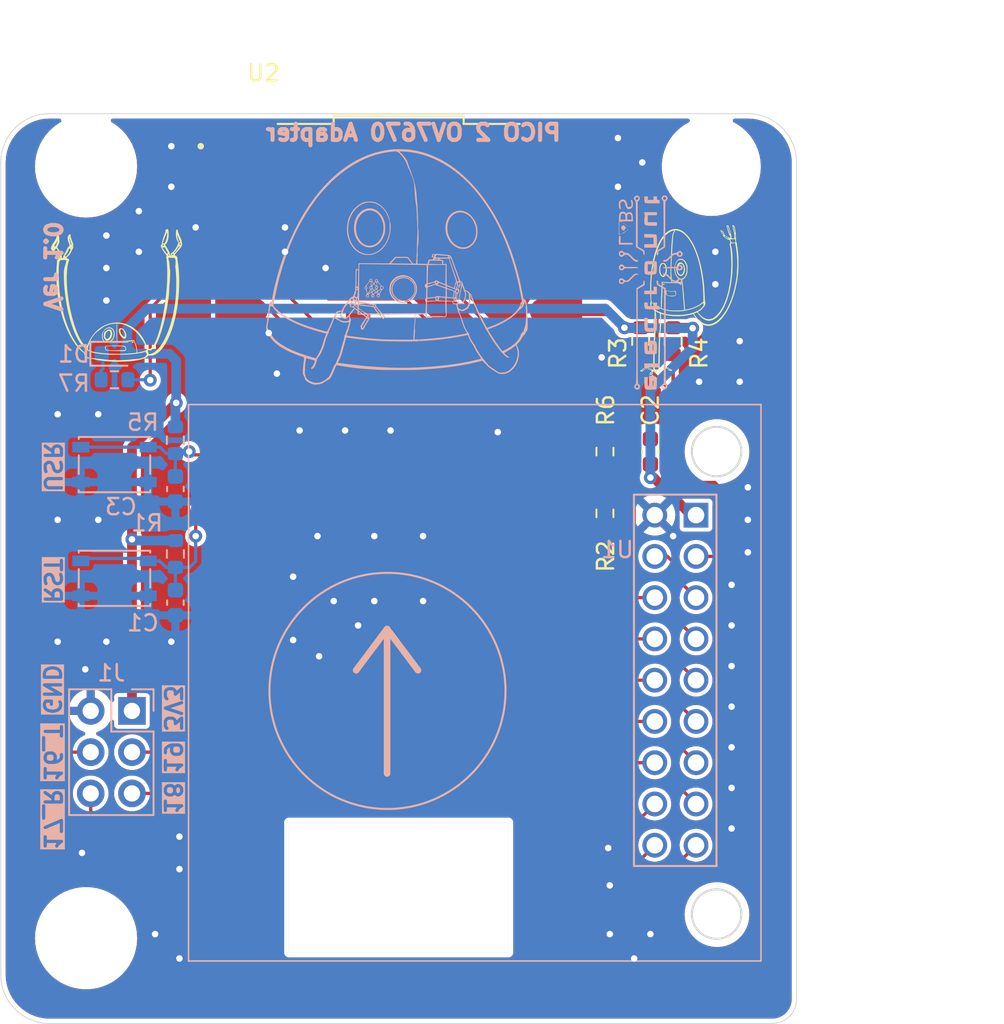
<source format=kicad_pcb>
(kicad_pcb (version 20240108) (generator "pcbnew") (generator_version "8.0")
  (title_block (title "PICO_OV7670_Adapter") (date "2025-01-31") (rev "Ver 1.0") (company "Electronut Labs") (comment 1 "Designed by Sivaprakash"))
  (layers (0 "F.Cu" signal) (31 "B.Cu" signal) (34 "B.Paste" user) (35 "F.Paste" user) (36 "B.SilkS" user "B.Silkscreen") (37 "F.SilkS" user "F.Silkscreen") (38 "B.Mask" user) (39 "F.Mask" user) (44 "Edge.Cuts" user))
  (net 0 "")
  (net 1 "/PICO_RESET")
  (net 2 "/PICO_IO17")
  (net 3 "+3V3")
  (net 4 "GND")
  (net 5 "/PICO_IO16")
  (net 6 "OV_XCLK_PICO_IO5")
  (net 7 "OV_SCL_PICO_IO1_SCL")
  (net 8 "OV_SDA_PICO_IO0_SDA")
  (net 9 "OV_PCLK_PICO_IO4")
  (net 10 "OV_RST_PICO_IO15")
  (net 11 "OV_D7_PICO_IO6")
  (net 12 "OV_D4_PICO_IO9")
  (net 13 "OV_HREF_PICO_IO3")
  (net 14 "OV_PWDWN_PICO_IO14")
  (net 15 "/USER_Button")
  (net 16 "OV_D3_PICO_IO10")
  (net 17 "OV_D5_PICO_IO8")
  (net 18 "OV_D6_PICO_IO7")
  (net 19 "OV_D2_PICO_IO11")
  (net 20 "OV_VSYNC_PICO_IO2")
  (net 23 "OV_D1_PICO_IO12")
  (net 36 "OV_D0_PICO_IO13")
  (net 40 "/USER_LED")
  (net 41 "Net-(D1-K)")
  (net 42 "Net-(U2-UART1_TX{slash}I2C0_SDA{slash}SPI0_RX{slash}GP4)")
  (net 43 "Net-(U2-UART1_RX{slash}I2C0_SCL{slash}SPI0_CSN{slash}GP5)")
  (net 44 "/PICO_IO19")
  (net 45 "/PICO_IO18")
  (footprint "pico_ov7670_adapter:art2" (layer "F.Cu") (at 129.75 78)
    (property "Reference" "G***")
    (property "Value" "LOGO" (hide yes))
  )
  (footprint "Resistor_SMD:R_0603_1608Metric" (layer "F.Cu") (at 125.2 90.6 90)
    (property "Reference" "R2")
    (property "Value" "22R")
  )
  (footprint "MountingHole:MountingHole_3.2mm_M3_DIN965" (layer "F.Cu") (at 131.75 69.25)
    (property "Reference" "H3")
    (property "Value" "MountingHole")
  )
  (footprint "Fiducial:Fiducial_0.5mm_Mask1mm" (layer "F.Cu") (at 97.25 118.6)
    (property "Reference" "FID2")
    (property "Value" "Fiducial")
  )
  (footprint "Resistor_SMD:R_0603_1608Metric" (layer "F.Cu") (at 125.2 86.8 90)
    (property "Reference" "R6")
    (property "Value" "22R")
  )
  (footprint "Fiducial:Fiducial_0.5mm_Mask1mm" (layer "F.Cu") (at 129 118.6)
    (property "Reference" "FID1")
    (property "Value" "Fiducial")
  )
  (footprint "pico_ov7670_adapter:art1" (layer "F.Cu") (at 95.5 78.5)
    (property "Reference" "G***")
    (property "Value" "LOGO" (hide yes))
  )
  (footprint "Fiducial:Fiducial_0.5mm_Mask1mm" (layer "F.Cu") (at 97.25 67.25)
    (property "Reference" "FID3")
    (property "Value" "Fiducial")
  )
  (footprint "pico_ov7670_adapter:RASPBERRY_PI_PICO_W" (layer "F.Cu") (at 112.5 92.13)
    (property "Reference" "U2")
    (property "Value" "RASPBERRY_PI_PICO_W")
    (fp_line (start -6.75 17.5) (end 6.75 17.5) (stroke (width 0.01)) (layer "Edge.Cuts"))
    (fp_line (start -6.75 25.5) (end -6.75 17.5) (stroke (width 0.01)) (layer "Edge.Cuts"))
    (fp_line (start 6.75 17.5) (end 6.75 25.5) (stroke (width 0.01)) (layer "Edge.Cuts"))
    (fp_line (start 6.75 25.5) (end -6.75 25.5) (stroke (width 0.01)) (layer "Edge.Cuts"))
  )
  (footprint "Resistor_SMD:R_0603_1608Metric" (layer "F.Cu") (at 129.4 80 -90)
    (property "Reference" "R4")
    (property "Value" "10K")
  )
  (footprint "MountingHole:MountingHole_3.2mm_M3_DIN965" (layer "F.Cu") (at 93.25 69.25)
    (property "Reference" "H2")
    (property "Value" "MountingHole")
  )
  (footprint "Capacitor_SMD:C_0603_1608Metric" (layer "F.Cu") (at 128 86.8 90)
    (property "Reference" "C2")
    (property "Value" "0.1uF")
  )
  (footprint "Resistor_SMD:R_0603_1608Metric" (layer "F.Cu") (at 127.4 80 -90)
    (property "Reference" "R3")
    (property "Value" "10K")
  )
  (footprint "MountingHole:MountingHole_3.2mm_M3_DIN965" (layer "F.Cu") (at 93.25 116.75)
    (property "Reference" "H1")
    (property "Value" "MountingHole")
  )
  (footprint "Connector_PinHeader_2.54mm:PinHeader_2x03_P2.54mm_Vertical" (layer "B.Cu") (at 96.075 102.76 180)
    (property "Reference" "J1")
    (property "Value" "GPIO Header")
  )
  (footprint "Resistor_SMD:R_0603_1608Metric" (layer "B.Cu") (at 98.75 86.1 -90)
    (property "Reference" "R5")
    (property "Value" "10K")
  )
  (footprint "LED_SMD:LED_0603_1608Metric" (layer "B.Cu") (at 95 80.77706)
    (property "Reference" "D1")
    (property "Value" "USER LED")
  )
  (footprint "Button_Switch_SMD:SW_SPST_PTS810" (layer "B.Cu") (at 95 94.6 180)
    (property "Reference" "SW1")
    (property "Value" "SW_Push")
  )
  (footprint "pico_ov7670_adapter:CAMERA-OV7670-DIP" (layer "B.Cu") (at 117.31 101.03 180)
    (property "Reference" "U1")
    (property "Value" "CAMERA-OV7670")
    (fp_circle (center -14.765 14.235) (end -13.24185 14.235) (stroke (width 0.127)) (fill none) (layer "Edge.Cuts"))
    (fp_circle (center -14.765 -14.235) (end -13.24185 -14.235) (stroke (width 0.127)) (fill none) (layer "Edge.Cuts"))
  )
  (footprint "Resistor_SMD:R_0603_1608Metric" (layer "B.Cu") (at 98.75 93.1 -90)
    (property "Reference" "R1")
    (property "Value" "10K")
  )
  (footprint "Button_Switch_SMD:SW_SPST_PTS810" (layer "B.Cu") (at 95 87.6 180)
    (property "Reference" "SW2")
    (property "Value" "SW_Push")
  )
  (footprint "pico_ov7670_adapter:art" (layer "B.Cu") (at 112.5 75 180)
    (property "Reference" "G***")
    (property "Value" "LOGO" (hide yes))
  )
  (footprint "Resistor_SMD:R_0603_1608Metric" (layer "B.Cu") (at 95 82.37706)
    (property "Reference" "R7")
    (property "Value" "1K")
  )
  (footprint "Capacitor_SMD:C_0603_1608Metric" (layer "B.Cu") (at 98.75 89.1 -90)
    (property "Reference" "C3")
    (property "Value" "0.1uF")
  )
  (footprint "pico_ov7670_adapter:logo" (layer "B.Cu") (at 128 77 90)
    (property "Reference" "G***")
    (property "Value" "LOGO" (hide yes))
  )
  (footprint "Capacitor_SMD:C_0603_1608Metric" (layer "B.Cu") (at 98.75 96.1 -90)
    (property "Reference" "C1")
    (property "Value" "0.1uF")
  )
  (gr_line (start 137 120.5) (end 137 69) (stroke (width 0.05)) (layer "Edge.Cuts"))
  (gr_arc (start 88 69) (mid 88.87868 66.87868) (end 91 66) (stroke (width 0.05)) (layer "Edge.Cuts"))
  (gr_arc (start 137 120.5) (mid 136.56066 121.56066) (end 135.5 122) (stroke (width 0.05)) (layer "Edge.Cuts"))
  (gr_arc (start 91 122) (mid 88.87868 121.12132) (end 88 119) (stroke (width 0.05)) (layer "Edge.Cuts"))
  (gr_arc (start 134 66) (mid 136.12132 66.87868) (end 137 69) (stroke (width 0.05)) (layer "Edge.Cuts"))
  (gr_line (start 134 66) (end 91 66) (stroke (width 0.05)) (layer "Edge.Cuts"))
  (gr_line (start 91 122) (end 135.5 122) (stroke (width 0.05)) (layer "Edge.Cuts"))
  (gr_line (start 88 69) (end 88 119) (stroke (width 0.05)) (layer "Edge.Cuts"))
  (gr_text "18" (at 98 109.205 270) (layer "B.SilkS" knockout) (effects (font (size 1 1) (thickness 0.2) (bold yes)) (justify left bottom mirror)))
  (gr_text "RST" (at 90.6 96.25 270) (layer "B.SilkS" knockout) (effects (font (size 1 1) (thickness 0.2) (bold yes)) (justify left bottom mirror)))
  (gr_text "GND" (at 90.55 103.1 -90) (layer "B.SilkS" knockout) (effects (font (size 1 1) (thickness 0.2) (bold yes)) (justify left bottom mirror)))
  (gr_text "17_R" (at 90.6 111.4 270) (layer "B.SilkS" knockout) (effects (font (size 1 1) (thickness 0.2) (bold yes)) (justify left bottom mirror)))
  (gr_text "19" (at 98 106.705 270) (layer "B.SilkS" knockout) (effects (font (size 1 1) (thickness 0.2) (bold yes)) (justify left bottom mirror)))
  (gr_text "USR" (at 90.6 89.4 270) (layer "B.SilkS" knockout) (effects (font (size 1 1) (thickness 0.2) (bold yes)) (justify left bottom mirror)))
  (gr_text "Ver 1.0" (at 90.6 75.4 270) (layer "B.SilkS") (effects (font (size 1 1) (thickness 0.25) (bold yes)) (justify bottom mirror)))
  (gr_text "16_T" (at 90.6 107.2 270) (layer "B.SilkS" knockout) (effects (font (size 1 1) (thickness 0.2) (bold yes)) (justify left bottom mirror)))
  (gr_text "3V3" (at 98 104.1 -90) (layer "B.SilkS" knockout) (effects (font (size 1 1) (thickness 0.2) (bold yes)) (justify left bottom mirror)))
  (gr_text "PICO 2 OV7670 Adapter" (at 113.397904 67.75 0) (layer "B.SilkS") (effects (font (size 1 1) (thickness 0.25) (bold yes)) (justify bottom mirror)))
  (segment (start 100 92) (end 100 90) (width 0.2) (layer "F.Cu") (net 1))
  (segment (start 100 90) (end 100.4 89.6) (width 0.2) (layer "F.Cu") (net 1))
  (segment (start 115.4 89.6) (end 119.2 93.4) (width 0.2) (layer "F.Cu") (net 1))
  (segment (start 119.2 93.4) (end 122.19 93.4) (width 0.2) (layer "F.Cu") (net 1))
  (segment (start 100.4 89.6) (end 115.4 89.6) (width 0.2) (layer "F.Cu") (net 1))
  (via (at 100 92) (size 0.8) (drill 0.4) (layers "F.Cu" "B.Cu") (net 1))
  (segment (start 100 93.55) (end 100 92) (width 0.2) (layer "B.Cu") (net 1))
  (segment (start 92.925 93.375) (end 97.075 93.375) (width 0.2) (layer "B.Cu") (net 1))
  (segment (start 99.625 93.925) (end 100 93.55) (width 0.2) (layer "B.Cu") (net 1))
  (segment (start 98.75 95.325) (end 98.75 93.925) (width 0.2) (layer "B.Cu") (net 1))
  (segment (start 98.75 93.925) (end 98.175 93.925) (width 0.2) (layer "B.Cu") (net 1))
  (segment (start 98.75 93.925) (end 99.625 93.925) (width 0.2) (layer "B.Cu") (net 1))
  (segment (start 97.775 93.525) (end 97.075 93.525) (width 0.2) (layer "B.Cu") (net 1))
  (segment (start 98.175 93.925) (end 97.775 93.525) (width 0.2) (layer "B.Cu") (net 1))
  (segment (start 105.251472 118.23) (end 119.37 118.23) (width 0.2) (layer "F.Cu") (net 2))
  (segment (start 119.8 114.4) (end 120.48 113.72) (width 0.2) (layer "F.Cu") (net 2))
  (segment (start 122.19 113.72) (end 120.48 113.72) (width 0.2) (layer "F.Cu") (net 2))
  (segment (start 104.9 115.4) (end 104.9 117.878528) (width 0.2) (layer "F.Cu") (net 2))
  (segment (start 119.8 117.8) (end 119.8 114.4) (width 0.2) (layer "F.Cu") (net 2))
  (segment (start 93.535 107.84) (end 93.535 108.935) (width 0.2) (layer "F.Cu") (net 2))
  (segment (start 93.535 108.935) (end 99.6 115) (width 0.2) (layer "F.Cu") (net 2))
  (segment (start 119.37 118.23) (end 119.8 117.8) (width 0.2) (layer "F.Cu") (net 2))
  (segment (start 104.9 117.878528) (end 105.251472 118.23) (width 0.2) (layer "F.Cu") (net 2))
  (segment (start 99.6 115) (end 104.5 115) (width 0.2) (layer "F.Cu") (net 2))
  (segment (start 104.5 115) (end 104.9 115.4) (width 0.2) (layer "F.Cu") (net 2))
  (segment (start 130.51 90.71) (end 130.81 90.71) (width 0.6) (layer "F.Cu") (net 3))
  (segment (start 130.575 79.175) (end 130.6 79.2) (width 0.6) (layer "F.Cu") (net 3))
  (segment (start 128 87.575) (end 128 88.4) (width 0.6) (layer "F.Cu") (net 3))
  (segment (start 122.19 78.16) (end 125.385 78.16) (width 0.6) (layer "F.Cu") (net 3))
  (segment (start 127.4 79.175) (end 126.4 79.175) (width 0.6) (layer "F.Cu") (net 3))
  (segment (start 96.075 102.76) (end 96.075 92.2) (width 0.6) (layer "F.Cu") (net 3))
  (segment (start 125.385 78.16) (end 126.4 79.175) (width 0.6) (layer "F.Cu") (net 3))
  (segment (start 96.075 92.2) (end 96.075 86.525) (width 0.6) (layer "F.Cu") (net 3))
  (segment (start 96.075 86.525) (end 98.8 83.8) (width 0.6) (layer "F.Cu") (net 3))
  (segment (start 128 88.4) (end 128.2 88.4) (width 0.6) (layer "F.Cu") (net 3))
  (segment (start 129.4 79.175) (end 130.575 79.175) (width 0.6) (layer "F.Cu") (net 3))
  (segment (start 128.2 88.4) (end 130.51 90.71) (width 0.6) (layer "F.Cu") (net 3))
  (via (at 130.6 79.2) (size 0.8) (drill 0.4) (layers "F.Cu" "B.Cu") (net 3))
  (via (at 96.075 92.2) (size 0.8) (drill 0.4) (layers "F.Cu" "B.Cu") (net 3))
  (via (at 98.8 83.8) (size 0.8) (drill 0.4) (layers "F.Cu" "B.Cu") (net 3))
  (via (at 128 88.4) (size 0.8) (drill 0.4) (layers "F.Cu" "B.Cu") (net 3))
  (via (at 126.4 79.175) (size 0.8) (drill 0.4) (layers "F.Cu" "B.Cu") (net 3))
  (segment (start 95.7875 79.2125) (end 97 78) (width 0.6) (layer "B.Cu") (net 3))
  (segment (start 98.75 92.275) (end 96.15 92.275) (width 0.6) (layer "B.Cu") (net 3))
  (segment (start 128 83) (end 130.6 80.4) (width 0.6) (layer "B.Cu") (net 3))
  (segment (start 95.7875 80.77706) (end 95.7875 79.2125) (width 0.6) (layer "B.Cu") (net 3))
  (segment (start 98.37706 80.77706) (end 95.7875 80.77706) (width 0.6) (layer "B.Cu") (net 3))
  (segment (start 96.15 92.275) (end 96.075 92.2) (width 0.6) (layer "B.Cu") (net 3))
  (segment (start 98.75 83.85) (end 98.8 83.8) (width 0.6) (layer "B.Cu") (net 3))
  (segment (start 98.8 81.2) (end 98.37706 80.77706) (width 0.6) (layer "B.Cu") (net 3))
  (segment (start 98.75 85.275) (end 98.75 83.85) (width 0.6) (layer "B.Cu") (net 3))
  (segment (start 97 78) (end 125.225 78) (width 0.6) (layer "B.Cu") (net 3))
  (segment (start 126.425 79.2) (end 126.4 79.175) (width 0.6) (layer "B.Cu") (net 3))
  (segment (start 98.8 83.8) (end 98.8 81.2) (width 0.6) (layer "B.Cu") (net 3))
  (segment (start 130.6 80.4) (end 130.6 79.2) (width 0.6) (layer "B.Cu") (net 3))
  (segment (start 128 88.4) (end 128 83) (width 0.6) (layer "B.Cu") (net 3))
  (segment (start 130.6 79.2) (end 126.425 79.2) (width 0.6) (layer "B.Cu") (net 3))
  (segment (start 125.225 78) (end 126.4 79.175) (width 0.6) (layer "B.Cu") (net 3))
  (via (at 134 91) (size 0.8) (drill 0.4) (layers "F.Cu" "B.Cu") (net 4))
  (via (at 111 92) (size 0.8) (drill 0.4) (layers "F.Cu" "B.Cu") (net 4))
  (via (at 98.5 70.5) (size 0.8) (drill 0.4) (layers "F.Cu" "B.Cu") (net 4))
  (via (at 108 75.5) (size 0.8) (drill 0.4) (layers "F.Cu" "B.Cu") (net 4))
  (via (at 99 110.5) (size 0.8) (drill 0.4) (layers "F.Cu" "B.Cu") (net 4))
  (via (at 106.4 85.5) (size 0.8) (drill 0.4) (layers "F.Cu" "B.Cu") (net 4))
  (via (at 98.5 98.5) (size 0.8) (drill 0.4) (layers "F.Cu" "B.Cu") (net 4))
  (via (at 133 107.5) (size 0.8) (drill 0.4) (layers "F.Cu" "B.Cu") (net 4))
  (via (at 126 67.5) (size 0.8) (drill 0.4) (layers "F.Cu" "B.Cu") (net 4))
  (via (at 125.5 116.5) (size 0.8) (drill 0.4) (layers "F.Cu" "B.Cu") (net 4))
  (via (at 126 70.5) (size 0.8) (drill 0.4) (layers "F.Cu" "B.Cu") (net 4))
  (via (at 134 89) (size 0.8) (drill 0.4) (layers "F.Cu" "B.Cu") (net 4))
  (via (at 91.5 98.5) (size 0.8) (drill 0.4) (layers "F.Cu" "B.Cu") (net 4))
  (via (at 108.5 96) (size 0.8) (drill 0.4) (layers "F.Cu" "B.Cu") (net 4))
  (via (at 125.5 113.5) (size 0.8) (drill 0.4) (layers "F.Cu" "B.Cu") (net 4))
  (via (at 132 76.5) (size 0.8) (drill 0.4) (layers "F.Cu" "B.Cu") (net 4))
  (via (at 91.5 84.5) (size 0.8) (drill 0.4) (layers "F.Cu" "B.Cu") (net 4))
  (via (at 94.5 75.5) (size 0.8) (drill 0.4) (layers "F.Cu" "B.Cu") (net 4))
  (via (at 105.5 73) (size 0.8) (drill 0.4) (layers "F.Cu" "B.Cu") (net 4))
  (via (at 96.5 74.5) (size 0.8) (drill 0.4) (layers "F.Cu" "B.Cu") (net 4))
  (via (at 99 112.5) (size 0.8) (drill 0.4) (layers "F.Cu" "B.Cu") (net 4))
  (via (at 93.2 100.2) (size 0.8) (drill 0.4) (layers "F.Cu" "B.Cu") (net 4))
  (via (at 107.6 99.4) (size 0.8) (drill 0.4) (layers "F.Cu" "B.Cu") (net 4))
  (via (at 118.6 85.6) (size 0.8) (drill 0.4) (layers "F.Cu" "B.Cu") (net 4))
  (via (at 114 92) (size 0.8) (drill 0.4) (layers "F.Cu" "B.Cu") (net 4))
  (via (at 91.5 91) (size 0.8) (drill 0.4) (layers "F.Cu" "B.Cu") (net 4))
  (via (at 93 111.5) (size 0.8) (drill 0.4) (layers "F.Cu" "B.Cu") (net 4))
  (via (at 112 85.5) (size 0.8) (drill 0.4) (layers "F.Cu" "B.Cu") (net 4))
  (via (at 106 98.4) (size 0.8) (drill 0.4) (layers "F.Cu" "B.Cu") (net 4))
  (via (at 110 97.5) (size 0.8) (drill 0.4) (layers "F.Cu" "B.Cu") (net 4))
  (via (at 133 102.5) (size 0.8) (drill 0.4) (layers "F.Cu" "B.Cu") (net 4))
  (via (at 133 97.5) (size 0.8) (drill 0.4) (layers "F.Cu" "B.Cu") (net 4))
  (via (at 94 91) (size 0.8) (drill 0.4) (layers "F.Cu" "B.Cu") (net 4))
  (via (at 107.5 92) (size 0.8) (drill 0.4) (layers "F.Cu" "B.Cu") (net 4))
  (via (at 104.5 79.5) (size 0.8) (drill 0.4) (layers "F.Cu" "B.Cu") (net 4))
  (via (at 133.5 82.5) (size 0.8) (drill 0.4) (layers "F.Cu" "B.Cu") (net 4))
  (via (at 125.4 111.2) (size 0.8) (drill 0.4) (layers "F.Cu" "B.Cu") (net 4))
  (via (at 96.5 72) (size 0.8) (drill 0.4) (layers "F.Cu" "B.Cu") (net 4))
  (via (at 132 74.5) (size 0.8) (drill 0.4) (layers "F.Cu" "B.Cu") (net 4))
  (via (at 133 105) (size 0.8) (drill 0.4) (layers "F.Cu" "B.Cu") (net 4))
  (via (at 131 82.5) (size 0.8) (drill 0.4) (layers "F.Cu" "B.Cu") (net 4))
  (via (at 99 118) (size 0.8) (drill 0.4) (layers "F.Cu" "B.Cu") (net 4))
  (via (at 133 110) (size 0.8) (drill 0.4) (layers "F.Cu" "B.Cu") (net 4))
  (via (at 106 94.5) (size 0.8) (drill 0.4) (layers "F.Cu" "B.Cu") (net 4))
  (via (at 105.5 74.5) (size 0.8) (drill 0.4) (layers "F.Cu" "B.Cu") (net 4))
  (via (at 133 95) (size 0.8) (drill 0.4) (layers "F.Cu" "B.Cu") (net 4))
  (via (at 94.5 73.5) (size 0.8) (drill 0.4) (layers "F.Cu" "B.Cu") (net 4))
  (via (at 98.5 68) (size 0.8) (drill 0.4) (layers "F.Cu" "B.Cu") (net 4))
  (via (at 114 96) (size 0.8) (drill 0.4) (layers "F.Cu" "B.Cu") (net 4))
  (via (at 109.2 85.5) (size 0.8) (drill 0.4) (layers "F.Cu" "B.Cu") (net 4))
  (via (at 94.5 77.5) (size 0.8) (drill 0.4) (layers "F.Cu" "B.Cu") (net 4))
  (via (at 105 82) (size 0.8) (drill 0.4) (layers "F.Cu" "B.Cu") (net 4))
  (via (at 133.5 80) (size 0.8) (drill 0.4) (layers "F.Cu" "B.Cu") (net 4))
  (via (at 97.5 116.5) (size 0.8) (drill 0.4) (layers "F.Cu" "B.Cu") (net 4))
  (via (at 129.4 92) (size 0.8) (drill 0.4) (layers "F.Cu" "B.Cu") (net 4))
  (via (at 111 96) (size 0.8) (drill 0.4) (layers "F.Cu" "B.Cu") (net 4))
  (via (at 134 93) (size 0.8) (drill 0.4) (layers "F.Cu" "B.Cu") (net 4))
  (via (at 94.5 98.5) (size 0.8) (drill 0.4) (layers "F.Cu" "B.Cu") (net 4))
  (via (at 133 100) (size 0.8) (drill 0.4) (layers "F.Cu" "B.Cu") (net 4))
  (via (at 128 116.5) (size 0.8) (drill 0.4) (layers "F.Cu" "B.Cu") (net 4))
  (via (at 94 84.5) (size 0.8) (drill 0.4) (layers "F.Cu" "B.Cu") (net 4))
  (via (at 125 81) (size 0.8) (drill 0.4) (layers "F.Cu" "B.Cu") (net 4))
  (via (at 100 73) (size 0.8) (drill 0.4) (layers "F.Cu" "B.Cu") (net 4))
  (via (at 127 118) (size 0.8) (drill 0.4) (layers "F.Cu" "B.Cu") (net 4))
  (via (at 127.5 69) (size 0.8) (drill 0.4) (layers "F.Cu" "B.Cu") (net 4))
  (segment (start 94 110.7) (end 94.2 110.9) (width 0.2) (layer "F.Cu") (net 5))
  (segment (start 121.5 119.4) (end 102.7 119.4) (width 0.2) (layer "F.Cu") (net 5))
  (segment (start 93.535 105.3) (end 92.4 105.3) (width 0.2) (layer "F.Cu") (net 5))
  (segment (start 92.4 105.3) (end 91.7 106) (width 0.2) (layer "F.Cu") (net 5))
  (segment (start 122.19 116.26) (end 122.19 118.71) (width 0.2) (layer "F.Cu") (net 5))
  (segment (start 102.7 119.4) (end 94.2 110.9) (width 0.2) (layer "F.Cu") (net 5))
  (segment (start 91.7 108.4) (end 94 110.7) (width 0.2) (layer "F.Cu") (net 5))
  (segment (start 91.7 106) (end 91.7 108.4) (width 0.2) (layer "F.Cu") (net 5))
  (segment (start 122.19 118.71) (end 121.5 119.4) (width 0.2) (layer "F.Cu") (net 5))
  (segment (start 91.7 108.4) (end 94.2 110.9) (width 0.2) (layer "F.Cu") (net 5))
  (segment (start 128.27 98.33) (end 126.73 98.33) (width 0.2) (layer "F.Cu") (net 6))
  (segment (start 125.2 94.2) (end 125.2 91.425) (width 0.2) (layer "F.Cu") (net 6))
  (segment (start 126.4 98) (end 126.4 96.8) (width 0.2) (layer "F.Cu") (net 6))
  (segment (start 125.7 96.1) (end 125.7 94.7) (width 0.2) (layer "F.Cu") (net 6))
  (segment (start 126.73 98.33) (end 126.4 98) (width 0.2) (layer "F.Cu") (net 6))
  (segment (start 125.7 94.7) (end 125.2 94.2) (width 0.2) (layer "F.Cu") (net 6))
  (segment (start 126.4 96.8) (end 125.7 96.1) (width 0.2) (layer "F.Cu") (net 6))
  (segment (start 118.4 79.4) (end 124.8 79.4) (width 0.2) (layer "F.Cu") (net 7))
  (segment (start 129 87.7) (end 130.6 89.3) (width 0.2) (layer "F.Cu") (net 7))
  (segment (start 104.94 70.54) (end 108.65 74.25) (width 0.2) (layer "F.Cu") (net 7))
  (segment (start 130.6 89.3) (end 131.772 89.3) (width 0.2) (layer "F.Cu") (net 7))
  (segment (start 132.5 92.6) (end 131.85 93.25) (width 0.2) (layer "F.Cu") (net 7))
  (segment (start 127.4 81.2) (end 129 82.8) (width 0.2) (layer "F.Cu") (net 7))
  (segment (start 126.225 80.825) (end 127.4 80.825) (width 0.2) (layer "F.Cu") (net 7))
  (segment (start 129 82.8) (end 129 87.7) (width 0.2) (layer "F.Cu") (net 7))
  (segment (start 127.4 80.825) (end 127.4 81.2) (width 0.2) (layer "F.Cu") (net 7))
  (segment (start 131.772 89.3) (end 132.5 90.028) (width 0.2) (layer "F.Cu") (net 7))
  (segment (start 102.81 70.54) (end 104.94 70.54) (width 0.2) (layer "F.Cu") (net 7))
  (segment (start 124.8 79.4) (end 126.225 80.825) (width 0.2) (layer "F.Cu") (net 7))
  (segment (start 108.65 74.25) (end 113.25 74.25) (width 0.2) (layer "F.Cu") (net 7))
  (segment (start 132.5 90.028) (end 132.5 92.6) (width 0.2) (layer "F.Cu") (net 7))
  (segment (start 131.85 93.25) (end 130.81 93.25) (width 0.2) (layer "F.Cu") (net 7))
  (segment (start 113.25 74.25) (end 118.4 79.4) (width 0.2) (layer "F.Cu") (net 7))
  (segment (start 129.05 93.25) (end 130.3 94.5) (width 0.2) (layer "F.Cu") (net 8))
  (segment (start 104.5 68) (end 109.675 73.175) (width 0.2) (layer "F.Cu") (net 8))
  (segment (start 129.4 81.5) (end 129.4 80.825) (width 0.2) (layer "F.Cu") (net 8))
  (segment (start 109.675 73.175) (end 114.275 73.175) (width 0.2) (layer "F.Cu") (net 8))
  (segment (start 129.4 84.8) (end 129.4 81.5) (width 0.2) (layer "F.Cu") (net 8))
  (segment (start 133.15 92.85) (end 133.15 89.880444) (width 0.2) (layer "F.Cu") (net 8))
  (segment (start 128.825 80.825) (end 129.4 80.825) (width 0.2) (layer "F.Cu") (net 8))
  (segment (start 130.7 88.7) (end 129.4 87.4) (width 0.2) (layer "F.Cu") (net 8))
  (segment (start 131.969556 88.7) (end 130.7 88.7) (width 0.2) (layer "F.Cu") (net 8))
  (segment (start 129.4 87.4) (end 129.4 84.8) (width 0.2) (layer "F.Cu") (net 8))
  (segment (start 102.81 68) (end 104.5 68) (width 0.2) (layer "F.Cu") (net 8))
  (segment (start 130.3 94.5) (end 131.5 94.5) (width 0.2) (layer "F.Cu") (net 8))
  (segment (start 127.7 76.9) (end 128.4 77.6) (width 0.2) (layer "F.Cu") (net 8))
  (segment (start 133.15 89.880444) (end 131.969556 88.7) (width 0.2) (layer "F.Cu") (net 8))
  (segment (start 118 76.9) (end 127.7 76.9) (width 0.2) (layer "F.Cu") (net 8))
  (segment (start 114.275 73.175) (end 118 76.9) (width 0.2) (layer "F.Cu") (net 8))
  (segment (start 128.4 77.6) (end 128.4 80.4) (width 0.2) (layer "F.Cu") (net 8))
  (segment (start 128.4 80.4) (end 128.825 80.825) (width 0.2) (layer "F.Cu") (net 8))
  (segment (start 129.4 87.4) (end 129.4 81.5) (width 0.2) (layer "F.Cu") (net 8))
  (segment (start 131.5 94.5) (end 133.15 92.85) (width 0.2) (layer "F.Cu") (net 8))
  (segment (start 128.27 93.25) (end 129.05 93.25) (width 0.2) (layer "F.Cu") (net 8))
  (segment (start 130.81 98.33) (end 129.48 97) (width 0.2) (layer "F.Cu") (net 9))
  (segment (start 126 88.425) (end 125.2 87.625) (width 0.2) (layer "F.Cu") (net 9))
  (segment (start 126.2 95.8) (end 126.2 94.4) (width 0.2) (layer "F.Cu") (net 9))
  (segment (start 126.2 94.4) (end 126 94.2) (width 0.2) (layer "F.Cu") (net 9))
  (segment (start 127.4 97) (end 126.2 95.8) (width 0.2) (layer "F.Cu") (net 9))
  (segment (start 129.48 97) (end 127.4 97) (width 0.2) (layer "F.Cu") (net 9))
  (segment (start 126 94.2) (end 126 88.425) (width 0.2) (layer "F.Cu") (net 9))
  (segment (start 120.2 118.095685) (end 120.2 115.6) (width 0.2) (layer "F.Cu") (net 10))
  (segment (start 119.495685 118.8) (end 120.2 118.095685) (width 0.2) (layer "F.Cu") (net 10))
  (segment (start 102.81 116.26) (end 102.81 117.81) (width 0.2) (layer "F.Cu") (net 10))
  (segment (start 103.8 118.8) (end 119.495685 118.8) (width 0.2) (layer "F.Cu") (net 10))
  (segment (start 120.2 115.6) (end 120.8 115) (width 0.2) (layer "F.Cu") (net 10))
  (segment (start 102.81 117.81) (end 103.8 118.8) (width 0.2) (layer "F.Cu") (net 10))
  (segment (start 126.84 115) (end 130.81 111.03) (width 0.2) (layer "F.Cu") (net 10))
  (segment (start 120.8 115) (end 126.84 115) (width 0.2) (layer "F.Cu") (net 10))
  (segment (start 125.782843 96.982843) (end 125.782843 98.182843) (width 0.2) (layer "F.Cu") (net 11))
  (segment (start 119 92.2) (end 123.834938 92.2) (width 0.2) (layer "F.Cu") (net 11))
  (segment (start 124.417469 94.217469) (end 125.2 95) (width 0.2) (layer "F.Cu") (net 11))
  (segment (start 115.12 88.32) (end 119 92.2) (width 0.2) (layer "F.Cu") (net 11))
  (segment (start 124.417469 92.782531) (end 124.417469 94.217469) (width 0.2) (layer "F.Cu") (net 11))
  (segment (start 127.2 99.6) (end 129.54 99.6) (width 0.2) (layer "F.Cu") (net 11))
  (segment (start 129.54 99.6) (end 130.81 100.87) (width 0.2) (layer "F.Cu") (net 11))
  (segment (start 125.2 96.4) (end 125.782843 96.982843) (width 0.2) (layer "F.Cu") (net 11))
  (segment (start 102.81 88.32) (end 115.12 88.32) (width 0.2) (layer "F.Cu") (net 11))
  (segment (start 125.782843 98.182843) (end 127.2 99.6) (width 0.2) (layer "F.Cu") (net 11))
  (segment (start 125.2 95) (end 125.2 96.4) (width 0.2) (layer "F.Cu") (net 11))
  (segment (start 123.834938 92.2) (end 124.417469 92.782531) (width 0.2) (layer "F.Cu") (net 11))
  (segment (start 124.875 100.375) (end 124.875 101.625) (width 0.2) (layer "F.Cu") (net 12))
  (segment (start 109.8 99.8) (end 124.3 99.8) (width 0.2) (layer "F.Cu") (net 12))
  (segment (start 124.875 101.625) (end 126.66 103.41) (width 0.2) (layer "F.Cu") (net 12))
  (segment (start 126.66 103.41) (end 128.27 103.41) (width 0.2) (layer "F.Cu") (net 12))
  (segment (start 105.94 95.94) (end 109.8 99.8) (width 0.2) (layer "F.Cu") (net 12))
  (segment (start 124.3 99.8) (end 124.875 100.375) (width 0.2) (layer "F.Cu") (net 12))
  (segment (start 102.81 95.94) (end 105.94 95.94) (width 0.2) (layer "F.Cu") (net 12))
  (segment (start 126.5 94.1) (end 126.8 94.4) (width 0.2) (layer "F.Cu") (net 13))
  (segment (start 115.15 82.55) (end 117.1 84.5) (width 0.2) (layer "F.Cu") (net 13))
  (segment (start 104.66 78.16) (end 109.05 82.55) (width 0.2) (layer "F.Cu") (net 13))
  (segment (start 117.1 84.5) (end 125.9 84.5) (width 0.2) (layer "F.Cu") (net 13))
  (segment (start 109.05 82.55) (end 115.15 82.55) (width 0.2) (layer "F.Cu") (net 13))
  (segment (start 126.8 94.4) (end 126.8 95.4) (width 0.2) (layer "F.Cu") (net 13))
  (segment (start 127.19 95.79) (end 128.27 95.79) (width 0.2) (layer "F.Cu") (net 13))
  (segment (start 102.81 78.16) (end 104.66 78.16) (width 0.2) (layer "F.Cu") (net 13))
  (segment (start 126.5 85.1) (end 126.5 94.1) (width 0.2) (layer "F.Cu") (net 13))
  (segment (start 125.9 84.5) (end 126.5 85.1) (width 0.2) (layer "F.Cu") (net 13))
  (segment (start 126.8 95.4) (end 127.19 95.79) (width 0.2) (layer "F.Cu") (net 13))
  (segment (start 120.4 112.4) (end 120.1 112.1) (width 0.2) (layer "F.Cu") (net 14))
  (segment (start 104.86 113.36) (end 104.5 113.72) (width 0.2) (layer "F.Cu") (net 14))
  (segment (start 128.27 111.03) (end 126.9 112.4) (width 0.2) (layer "F.Cu") (net 14))
  (segment (start 104.86 109.454315) (end 104.86 113.36) (width 0.2) (layer "F.Cu") (net 14))
  (segment (start 104.86 109.454315) (end 105.289316 109.025) (width 0.2) (layer "F.Cu") (net 14))
  (segment (start 120.1 109.9) (end 119.225 109.025) (width 0.2) (layer "F.Cu") (net 14))
  (segment (start 126.9 112.4) (end 120.4 112.4) (width 0.2) (layer "F.Cu") (net 14))
  (segment (start 104.5 113.72) (end 102.81 113.72) (width 0.2) (layer "F.Cu") (net 14))
  (segment (start 119.225 109.025) (end 105.289316 109.025) (width 0.2) (layer "F.Cu") (net 14))
  (segment (start 120.1 112.1) (end 120.1 109.9) (width 0.2) (layer "F.Cu") (net 14))
  (segment (start 122.19 90.86) (end 118.86 90.86) (width 0.2) (layer "F.Cu") (net 15))
  (segment (start 115 87) (end 99.8 87) (width 0.2) (layer "F.Cu") (net 15))
  (segment (start 118.86 90.86) (end 115 87) (width 0.2) (layer "F.Cu") (net 15))
  (segment (start 99.8 87) (end 99.6 86.8) (width 0.2) (layer "F.Cu") (net 15))
  (via (at 99.6 86.8) (size 0.8) (drill 0.4) (layers "F.Cu" "B.Cu") (net 15))
  (segment (start 98.75 86.925) (end 98.2 86.925) (width 0.2) (layer "B.Cu") (net 15))
  (segment (start 98.75 88.325) (end 98.75 86.925) (width 0.2) (layer "B.Cu") (net 15))
  (segment (start 97.8 86.525) (end 97.075 86.525) (width 0.2) (layer "B.Cu") (net 15))
  (segment (start 99.475 86.925) (end 99.6 86.8) (width 0.2) (layer "B.Cu") (net 15))
  (segment (start 98.75 86.925) (end 99.475 86.925) (width 0.2) (layer "B.Cu") (net 15))
  (segment (start 98.2 86.925) (end 97.8 86.525) (width 0.2) (layer "B.Cu") (net 15))
  (segment (start 92.925 86.525) (end 97.075 86.525) (width 0.2) (layer "B.Cu") (net 15))
  (segment (start 126.4 104.6) (end 124.1 102.3) (width 0.2) (layer "F.Cu") (net 16))
  (segment (start 130.81 105.95) (end 129.46 104.6) (width 0.2) (layer "F.Cu") (net 16))
  (segment (start 124.1 102.3) (end 107.28 102.3) (width 0.2) (layer "F.Cu") (net 16))
  (segment (start 106 101.02) (end 107.28 102.3) (width 0.2) (layer "F.Cu") (net 16))
  (segment (start 129.46 104.6) (end 126.4 104.6) (width 0.2) (layer "F.Cu") (net 16))
  (segment (start 102.81 101.02) (end 106 101.02) (width 0.2) (layer "F.Cu") (net 16))
  (segment (start 120.035 97.2) (end 116.235 93.4) (width 0.2) (layer "F.Cu") (net 17))
  (segment (start 125.55 99.95) (end 124.6 99) (width 0.2) (layer "F.Cu") (net 17))
  (segment (start 130.81 103.41) (end 129.6 102.2) (width 0.2) (layer "F.Cu") (net 17))
  (segment (start 124.2 97.2) (end 120.035 97.2) (width 0.2) (layer "F.Cu") (net 17))
  (segment (start 125.55 100.8) (end 125.55 99.95) (width 0.2) (layer "F.Cu") (net 17))
  (segment (start 124.6 99) (end 124.6 97.6) (width 0.2) (layer "F.Cu") (net 17))
  (segment (start 124.6 97.6) (end 124.2 97.2) (width 0.2) (layer "F.Cu") (net 17))
  (segment (start 116.235 93.4) (end 102.81 93.4) (width 0.2) (layer "F.Cu") (net 17))
  (segment (start 129.6 102.2) (end 126.95 102.2) (width 0.2) (layer "F.Cu") (net 17))
  (segment (start 126.95 102.2) (end 125.55 100.8) (width 0.2) (layer "F.Cu") (net 17))
  (segment (start 126.175 99.575) (end 125.2 98.6) (width 0.2) (layer "F.Cu") (net 18))
  (segment (start 125.2 98.6) (end 125.2 97.2) (width 0.2) (layer "F.Cu") (net 18))
  (segment (start 124 94.6) (end 119.3 94.6) (width 0.2) (layer "F.Cu") (net 18))
  (segment (start 126.175 100.175) (end 126.175 99.575) (width 0.2) (layer "F.Cu") (net 18))
  (segment (start 124.6 95.2) (end 124 94.6) (width 0.2) (layer "F.Cu") (net 18))
  (segment (start 119.3 94.6) (end 115.56 90.86) (width 0.2) (layer "F.Cu") (net 18))
  (segment (start 126.87 100.87) (end 126.175 100.175) (width 0.2) (layer "F.Cu") (net 18))
  (segment (start 124.6 96.6) (end 124.6 95.2) (width 0.2) (layer "F.Cu") (net 18))
  (segment (start 128.27 100.87) (end 126.87 100.87) (width 0.2) (layer "F.Cu") (net 18))
  (segment (start 125.2 97.2) (end 124.6 96.6) (width 0.2) (layer "F.Cu") (net 18))
  (segment (start 115.56 90.86) (end 102.81 90.86) (width 0.2) (layer "F.Cu") (net 18))
  (segment (start 125 104.8) (end 126.15 105.95) (width 0.2) (layer "F.Cu") (net 19))
  (segment (start 120.5 104.8) (end 125 104.8) (width 0.2) (layer "F.Cu") (net 19))
  (segment (start 119.26 103.56) (end 120.5 104.8) (width 0.2) (layer "F.Cu") (net 19))
  (segment (start 102.81 103.56) (end 119.26 103.56) (width 0.2) (layer "F.Cu") (net 19))
  (segment (start 126.15 105.95) (end 128.27 105.95) (width 0.2) (layer "F.Cu") (net 19))
  (segment (start 125.2 82) (end 117.5 82) (width 0.2) (layer "F.Cu") (net 20))
  (segment (start 108.18 77.4) (end 106.4 75.62) (width 0.2) (layer "F.Cu") (net 20))
  (segment (start 127.6 94.5) (end 127 93.9) (width 0.2) (layer "F.Cu") (net 20))
  (segment (start 117.5 82) (end 112.9 77.4) (width 0.2) (layer "F.Cu") (net 20))
  (segment (start 127 93.9) (end 127 83.8) (width 0.2) (layer "F.Cu") (net 20))
  (segment (start 102.81 75.62) (end 106.4 75.62) (width 0.2) (layer "F.Cu") (net 20))
  (segment (start 129.52 94.5) (end 127.6 94.5) (width 0.2) (layer "F.Cu") (net 20))
  (segment (start 130.81 95.79) (end 129.52 94.5) (width 0.2) (layer "F.Cu") (net 20))
  (segment (start 127 83.8) (end 125.2 82) (width 0.2) (layer "F.Cu") (net 20))
  (segment (start 112.9 77.4) (end 108.18 77.4) (width 0.2) (layer "F.Cu") (net 20))
  (segment (start 119.1 106.1) (end 120.4 107.4) (width 0.2) (layer "F.Cu") (net 23))
  (segment (start 129.52 107.2) (end 130.81 108.49) (width 0.2) (layer "F.Cu") (net 23))
  (segment (start 126 107.4) (end 126.2 107.2) (width 0.2) (layer "F.Cu") (net 23))
  (segment (start 102.81 106.1) (end 119.1 106.1) (width 0.2) (layer "F.Cu") (net 23))
  (segment (start 126.2 107.2) (end 129.52 107.2) (width 0.2) (layer "F.Cu") (net 23))
  (segment (start 120.4 107.4) (end 126 107.4) (width 0.2) (layer "F.Cu") (net 23))
  (segment (start 128.27 108.49) (end 126.86 109.9) (width 0.2) (layer "F.Cu") (net 36))
  (segment (start 102.81 108.64) (end 104.61 108.64) (width 0.2) (layer "F.Cu") (net 36))
  (segment (start 119.125 108.125) (end 105.125 108.125) (width 0.2) (layer "F.Cu") (net 36))
  (segment (start 120.9 109.9) (end 119.125 108.125) (width 0.2) (layer "F.Cu") (net 36))
  (segment (start 126.86 109.9) (end 120.9 109.9) (width 0.2) (layer "F.Cu") (net 36))
  (segment (start 104.61 108.64) (end 105.125 108.125) (width 0.2) (layer "F.Cu") (net 36))
  (segment (start 98.3 76.9) (end 105.4 76.9) (width 0.2) (layer "F.Cu") (net 40))
  (segment (start 105.4 76.9) (end 108.4 79.9) (width 0.2) (layer "F.Cu") (net 40))
  (segment (start 113.9 79.9) (end 117.24 83.24) (width 0.2) (layer "F.Cu") (net 40))
  (segment (start 97.2 82.4) (end 97.2 78) (width 0.2) (layer "F.Cu") (net 40))
  (segment (start 108.4 79.9) (end 113.9 79.9) (width 0.2) (layer "F.Cu") (net 40))
  (segment (start 117.24 83.24) (end 122.19 83.24) (width 0.2) (layer "F.Cu") (net 40))
  (segment (start 97.2 78) (end 98.3 76.9) (width 0.2) (layer "F.Cu") (net 40))
  (via (at 97.2 82.4) (size 0.8) (drill 0.4) (layers "F.Cu" "B.Cu") (net 40))
  (segment (start 97.17706 82.37706) (end 97.2 82.4) (width 0.2) (layer "B.Cu") (net 40))
  (segment (start 95.825 82.37706) (end 97.17706 82.37706) (width 0.2) (layer "B.Cu") (net 40))
  (segment (start 94.175 82.37706) (end 94.175 81.825) (width 0.2) (layer "B.Cu") (net 41))
  (segment (start 94.2875 81.7125) (end 94.2875 80.77706) (width 0.2) (layer "B.Cu") (net 41))
  (segment (start 94.175 81.825) (end 94.2875 81.7125) (width 0.2) (layer "B.Cu") (net 41))
  (segment (start 114.8 83.4) (end 118.4 87) (width 0.2) (layer "F.Cu") (net 42))
  (segment (start 105.7 80.7) (end 108.4 83.4) (width 0.2) (layer "F.Cu") (net 42))
  (segment (start 124.175 87) (end 125.2 85.975) (width 0.2) (layer "F.Cu") (net 42))
  (segment (start 118.4 87) (end 124.175 87) (width 0.2) (layer "F.Cu") (net 42))
  (segment (start 108.4 83.4) (end 114.8 83.4) (width 0.2) (layer "F.Cu") (net 42))
  (segment (start 102.81 80.7) (end 105.7 80.7) (width 0.2) (layer "F.Cu") (net 42))
  (segment (start 124.375 89.775) (end 125.2 89.775) (width 0.2) (layer "F.Cu") (net 43))
  (segment (start 124.2 89.6) (end 124.375 89.775) (width 0.2) (layer "F.Cu") (net 43))
  (segment (start 107.76 84.4) (end 106.6 83.24) (width 0.2) (layer "F.Cu") (net 43))
  (segment (start 102.81 83.24) (end 106.6 83.24) (width 0.2) (layer "F.Cu") (net 43))
  (segment (start 119.6 89.6) (end 124.2 89.6) (width 0.2) (layer "F.Cu") (net 43))
  (segment (start 114.4 84.4) (end 107.76 84.4) (width 0.2) (layer "F.Cu") (net 43))
  (segment (start 114.4 84.4) (end 119.6 89.6) (width 0.2) (layer "F.Cu") (net 43))
  (segment (start 96.14 105.3) (end 98 105.3) (width 0.2) (layer "F.Cu") (net 44))
  (segment (start 98 105.3) (end 98.5 104.8) (width 0.2) (layer "F.Cu") (net 44))
  (segment (start 119.2 104.8) (end 120.5 106.1) (width 0.2) (layer "F.Cu") (net 44))
  (segment (start 98.5 104.8) (end 119.2 104.8) (width 0.2) (layer "F.Cu") (net 44))
  (segment (start 120.5 106.1) (end 122.19 106.1) (width 0.2) (layer "F.Cu") (net 44))
  (segment (start 122.19 108.64) (end 120.515 108.64) (width 0.2) (layer "F.Cu") (net 45))
  (segment (start 96.14 107.84) (end 98.1 107.84) (width 0.2) (layer "F.Cu") (net 45))
  (segment (start 98.1 107.84) (end 98.565 107.375) (width 0.2) (layer "F.Cu") (net 45))
  (segment (start 98.565 107.375) (end 119.25 107.375) (width 0.2) (layer "F.Cu") (net 45))
  (segment (start 120.515 108.64) (end 119.25 107.375) (width 0.2) (layer "F.Cu") (net 45))
  (zone (net 0) (net_name "") (layers "F&B.Cu") (connect_pads (clearance 0)) (min_thickness 0.25)
    (keepout (tracks allowed) (vias allowed) (pads allowed) (copperpour not_allowed) (footprints allowed))
    (fill (thermal_gap 0.5) (thermal_bridge_width 0.5))
    (polygon (pts (xy 134.1 86.8) (xy 134.079643 86.51537) (xy 134.018986 86.236535) (xy 133.919264 85.96917) (xy 133.782507 85.718718) (xy 133.611499 85.490279) (xy 133.409721 85.288501) (xy 133.181282 85.117493) (xy 132.93083 84.980736) (xy 132.663465 84.881014) (xy 132.38463 84.820357) (xy 132.1 84.8) (xy 131.81537 84.820357) (xy 131.536535 84.881014) (xy 131.26917 84.980736) (xy 131.018718 85.117493) (xy 130.790279 85.288501) (xy 130.588501 85.490279) (xy 130.417493 85.718718) (xy 130.280736 85.96917) (xy 130.181014 86.236535) (xy 130.120357 86.51537) (xy 130.1 86.8) (xy 130.120357 87.08463) (xy 130.181014 87.363465) (xy 130.280736 87.63083) (xy 130.417493 87.881282) (xy 130.588501 88.109721) (xy 130.790279 88.311499) (xy 131.018718 88.482507) (xy 131.26917 88.619264) (xy 131.536535 88.718986) (xy 131.81537 88.779643) (xy 132.1 88.8) (xy 132.38463 88.779643) (xy 132.663465 88.718986) (xy 132.93083 88.619264) (xy 133.181282 88.482507) (xy 133.409721 88.311499) (xy 133.611499 88.109721) (xy 133.782507 87.881282) (xy 133.919264 87.63083) (xy 134.018986 87.363465) (xy 134.079643 87.08463) (xy 134.1 86.8)))
  )
  (zone (net 0) (net_name "") (layers "F&B.Cu") (connect_pads (clearance 0)) (min_thickness 0.25)
    (keepout (tracks not_allowed) (vias not_allowed) (pads allowed) (copperpour not_allowed) (footprints allowed))
    (fill (thermal_gap 0.5) (thermal_bridge_width 0.5))
    (polygon (pts (xy 96.400397 69.25) (xy 96.380588 68.897267) (xy 96.32141 68.548971) (xy 96.223607 68.20949) (xy 96.08841 67.883094) (xy 95.917517 67.573888) (xy 95.71308 67.28576) (xy 95.477667 67.022333) (xy 95.21424 66.78692) (xy 94.926112 66.582483) (xy 94.616906 66.41159) (xy 94.29051 66.276393) (xy 93.951029 66.17859) (xy 93.602733 66.119412) (xy 93.25 66.099603) (xy 92.897267 66.119412) (xy 92.548971 66.17859) (xy 92.20949 66.276393) (xy 91.883094 66.41159) (xy 91.573888 66.582483) (xy 91.28576 66.78692) (xy 91.022333 67.022333) (xy 90.78692 67.28576) (xy 90.582483 67.573888) (xy 90.41159 67.883094) (xy 90.276393 68.20949) (xy 90.17859 68.548971) (xy 90.119412 68.897267) (xy 90.099603 69.25) (xy 90.119412 69.602733) (xy 90.17859 69.951029) (xy 90.276393 70.29051) (xy 90.41159 70.616906) (xy 90.582483 70.926112) (xy 90.78692 71.21424) (xy 91.022333 71.477667) (xy 91.28576 71.71308) (xy 91.573888 71.917517) (xy 91.883094 72.08841) (xy 92.20949 72.223607) (xy 92.548971 72.32141) (xy 92.897267 72.380588) (xy 93.25 72.400397) (xy 93.602733 72.380588) (xy 93.951029 72.32141) (xy 94.29051 72.223607) (xy 94.616906 72.08841) (xy 94.926112 71.917517) (xy 95.21424 71.71308) (xy 95.477667 71.477667) (xy 95.71308 71.21424) (xy 95.917517 70.926112) (xy 96.08841 70.616906) (xy 96.223607 70.29051) (xy 96.32141 69.951029) (xy 96.380588 69.602733)))
  )
  (zone (net 0) (net_name "") (layers "F&B.Cu") (connect_pads (clearance 0)) (min_thickness 0.25)
    (keepout (tracks not_allowed) (vias not_allowed) (pads allowed) (copperpour not_allowed) (footprints allowed))
    (fill (thermal_gap 0.5) (thermal_bridge_width 0.5))
    (polygon (pts (xy 96.400397 116.75) (xy 96.380588 116.397267) (xy 96.32141 116.048971) (xy 96.223607 115.70949) (xy 96.08841 115.383094) (xy 95.917517 115.073888) (xy 95.71308 114.78576) (xy 95.477667 114.522333) (xy 95.21424 114.28692) (xy 94.926112 114.082483) (xy 94.616906 113.91159) (xy 94.29051 113.776393) (xy 93.951029 113.67859) (xy 93.602733 113.619412) (xy 93.25 113.599603) (xy 92.897267 113.619412) (xy 92.548971 113.67859) (xy 92.20949 113.776393) (xy 91.883094 113.91159) (xy 91.573888 114.082483) (xy 91.28576 114.28692) (xy 91.022333 114.522333) (xy 90.78692 114.78576) (xy 90.582483 115.073888) (xy 90.41159 115.383094) (xy 90.276393 115.70949) (xy 90.17859 116.048971) (xy 90.119412 116.397267) (xy 90.099603 116.75) (xy 90.119412 117.102733) (xy 90.17859 117.451029) (xy 90.276393 117.79051) (xy 90.41159 118.116906) (xy 90.582483 118.426112) (xy 90.78692 118.71424) (xy 91.022333 118.977667) (xy 91.28576 119.21308) (xy 91.573888 119.417517) (xy 91.883094 119.58841) (xy 92.20949 119.723607) (xy 92.548971 119.82141) (xy 92.897267 119.880588) (xy 93.25 119.900397) (xy 93.602733 119.880588) (xy 93.951029 119.82141) (xy 94.29051 119.723607) (xy 94.616906 119.58841) (xy 94.926112 119.417517) (xy 95.21424 119.21308) (xy 95.477667 118.977667) (xy 95.71308 118.71424) (xy 95.917517 118.426112) (xy 96.08841 118.116906) (xy 96.223607 117.79051) (xy 96.32141 117.451029) (xy 96.380588 117.102733)))
  )
  (zone (net 0) (net_name "") (layers "F&B.Cu") (connect_pads (clearance 0)) (min_thickness 0.25)
    (keepout (tracks not_allowed) (vias not_allowed) (pads not_allowed) (copperpour not_allowed) (footprints allowed))
    (fill (thermal_gap 0.5) (thermal_bridge_width 0.5))
    (polygon (pts (xy 134.1 115.3) (xy 134.079643 115.01537) (xy 134.018986 114.736535) (xy 133.919264 114.46917) (xy 133.782507 114.218718) (xy 133.611499 113.990279) (xy 133.409721 113.788501) (xy 133.181282 113.617493) (xy 132.93083 113.480736) (xy 132.663465 113.381014) (xy 132.38463 113.320357) (xy 132.1 113.3) (xy 131.81537 113.320357) (xy 131.536535 113.381014) (xy 131.26917 113.480736) (xy 131.018718 113.617493) (xy 130.790279 113.788501) (xy 130.588501 113.990279) (xy 130.417493 114.218718) (xy 130.280736 114.46917) (xy 130.181014 114.736535) (xy 130.120357 115.01537) (xy 130.1 115.3) (xy 130.120357 115.58463) (xy 130.181014 115.863465) (xy 130.280736 116.13083) (xy 130.417493 116.381282) (xy 130.588501 116.609721) (xy 130.790279 116.811499) (xy 131.018718 116.982507) (xy 131.26917 117.119264) (xy 131.536535 117.218986) (xy 131.81537 117.279643) (xy 132.1 117.3) (xy 132.38463 117.279643) (xy 132.663465 117.218986) (xy 132.93083 117.119264) (xy 133.181282 116.982507) (xy 133.409721 116.811499) (xy 133.611499 116.609721) (xy 133.782507 116.381282) (xy 133.919264 116.13083) (xy 134.018986 115.863465) (xy 134.079643 115.58463) (xy 134.1 115.3)))
  )
  (zone (net 4) (net_name "GND") (layers "F&B.Cu") (connect_pads (clearance 0.25)) (min_thickness 0.25) (fill yes (thermal_gap 0.5) (thermal_bridge_width 0.5))
    (polygon (pts (xy 88 66) (xy 88 122) (xy 137 122) (xy 137 66)))
  )
  (zone (net 0) (net_name "") (layers "F&B.Cu") (connect_pads (clearance 0)) (min_thickness 0.25)
    (keepout (tracks not_allowed) (vias not_allowed) (pads allowed) (copperpour not_allowed) (footprints allowed))
    (fill (thermal_gap 0.5) (thermal_bridge_width 0.5))
    (polygon (pts (xy 134.803686 69.25) (xy 134.784485 68.908096) (xy 134.727124 68.570491) (xy 134.632323 68.241431) (xy 134.501276 67.925055) (xy 134.33563 67.625341) (xy 134.137468 67.346058) (xy 133.909282 67.090718) (xy 133.653942 66.862532) (xy 133.374659 66.66437) (xy 133.074945 66.498724) (xy 132.758569 66.367677) (xy 132.429509 66.272876) (xy 132.091904 66.215515) (xy 131.75 66.196314) (xy 131.408096 66.215515) (xy 131.070491 66.272876) (xy 130.741431 66.367677) (xy 130.425055 66.498724) (xy 130.125341 66.66437) (xy 129.846058 66.862532) (xy 129.590718 67.090718) (xy 129.362532 67.346058) (xy 129.16437 67.625341) (xy 128.998724 67.925055) (xy 128.867677 68.241431) (xy 128.772876 68.570491) (xy 128.715515 68.908096) (xy 128.696314 69.25) (xy 128.715515 69.591904) (xy 128.772876 69.929509) (xy 128.867677 70.258569) (xy 128.998724 70.574945) (xy 129.16437 70.874659) (xy 129.362532 71.153942) (xy 129.590718 71.409282) (xy 129.846058 71.637468) (xy 130.125341 71.83563) (xy 130.425055 72.001276) (xy 130.741431 72.132323) (xy 131.070491 72.227124) (xy 131.408096 72.284485) (xy 131.75 72.303686) (xy 132.091904 72.284485) (xy 132.429509 72.227124) (xy 132.758569 72.132323) (xy 133.074945 72.001276) (xy 133.374659 71.83563) (xy 133.653942 71.637468) (xy 133.909282 71.409282) (xy 134.137468 71.153942) (xy 134.33563 70.874659) (xy 134.501276 70.574945) (xy 134.632323 70.258569) (xy 134.727124 69.929509) (xy 134.784485 69.591904)))
  )
)
</source>
